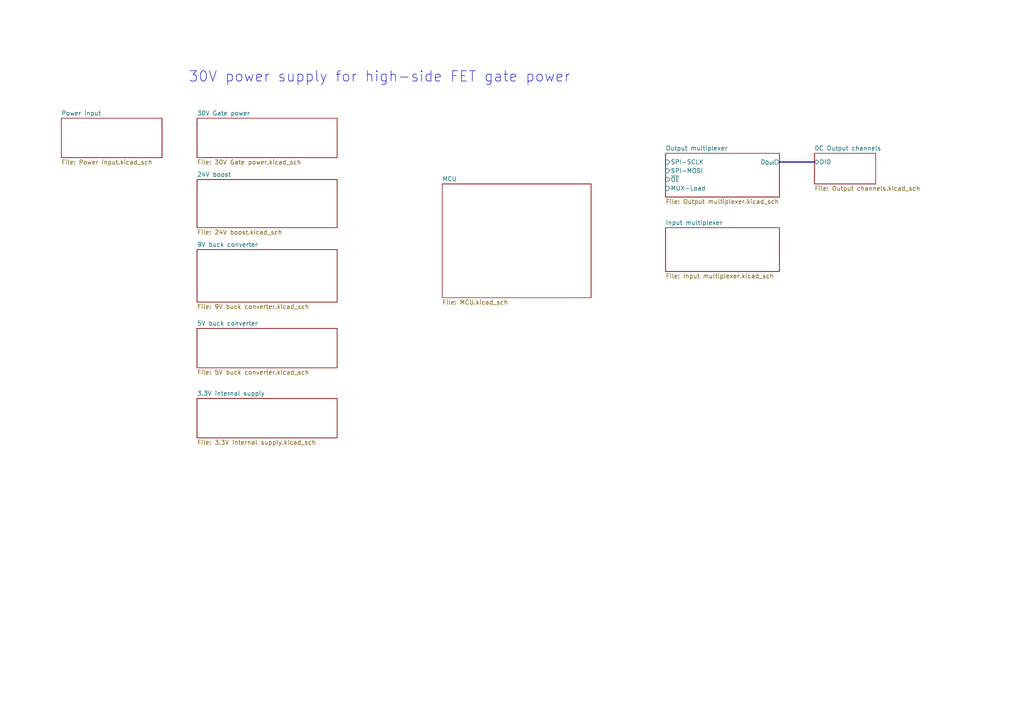
<source format=kicad_sch>
(kicad_sch (version 20230121) (generator eeschema)
  (paper "A4")
  (lib_symbols)
  (bus (pts (xy 226.06 46.99) (xy 236.22 46.99)))
  (text "30V power supply for high-side FET gate power" (at 54.61 24.13 0) (effects (font (size 3 3)) (justify left bottom)))
  (sheet (at 236.22 44.45) (size 17.78 8.89) (stroke (width 0.1524))
    (property "Sheetname" "DC Output channels" (at 236.22 43.7384 0) (effects (justify left bottom)))
    (property "Sheetfile" "Output channels.kicad_sch" (at 236.22 53.9246 0) (effects (justify left top)))
    (pin "DIO" bidirectional (at 236.22 46.99 180))
  )
  (sheet (at 57.15 52.07) (size 40.64 13.97) (stroke (width 0.1524))
    (property "Sheetname" "24V boost" (at 57.15 51.3584 0) (effects (justify left bottom)))
    (property "Sheetfile" "24V boost.kicad_sch" (at 57.15 66.6246 0) (effects (justify left top)))
  )
  (sheet (at 57.15 34.29) (size 40.64 11.43) (stroke (width 0.1524))
    (property "Sheetname" "30V Gate power" (at 57.15 33.5784 0) (effects (justify left bottom)))
    (property "Sheetfile" "30V Gate power.kicad_sch" (at 57.15 46.3046 0) (effects (justify left top)))
  )
  (sheet (at 193.04 44.45) (size 33.02 12.7) (stroke (width 0.1524))
    (property "Sheetname" "Output multiplexer" (at 193.04 43.7384 0) (effects (justify left bottom)))
    (property "Sheetfile" "Output multiplexer.kicad_sch" (at 193.04 57.7346 0) (effects (justify left top)))
    (pin "D_{Out}" output (at 226.06 46.99 0))
    (pin "SPI-SCLK" input (at 193.04 46.99 180))
    (pin "SPI-MOSI" input (at 193.04 49.53 180))
    (pin "~{OE}" input (at 193.04 52.07 180))
    (pin "MUX-Load" input (at 193.04 54.61 180))
  )
  (sheet (at 128.27 53.34) (size 43.18 33.02) (stroke (width 0.1524))
    (property "Sheetname" "MCU" (at 128.27 52.6284 0) (effects (justify left bottom)))
    (property "Sheetfile" "MCU.kicad_sch" (at 128.27 86.9446 0) (effects (justify left top)))
  )
  (sheet (at 57.15 115.57) (size 40.64 11.43) (stroke (width 0.1524))
    (property "Sheetname" "3.3V internal supply" (at 57.15 114.8584 0) (effects (justify left bottom)))
    (property "Sheetfile" "3.3V internal supply.kicad_sch" (at 57.15 127.5846 0) (effects (justify left top)))
  )
  (sheet (at 17.78 34.29) (size 29.21 11.43) (stroke (width 0.1524))
    (property "Sheetname" "Power input" (at 17.78 33.5784 0) (effects (justify left bottom)))
    (property "Sheetfile" "Power input.kicad_sch" (at 17.78 46.3046 0) (effects (justify left top)))
  )
  (sheet (at 57.15 95.25) (size 40.64 11.43) (stroke (width 0.1524))
    (property "Sheetname" "5V buck converter" (at 57.15 94.5384 0) (effects (justify left bottom)))
    (property "Sheetfile" "5V buck converter.kicad_sch" (at 57.15 107.2646 0) (effects (justify left top)))
  )
  (sheet (at 193.04 66.04) (size 33.02 12.7) (stroke (width 0.1524))
    (property "Sheetname" "Input multiplexer" (at 193.04 65.3284 0) (effects (justify left bottom)))
    (property "Sheetfile" "Input multiplexer.kicad_sch" (at 193.04 79.3246 0) (effects (justify left top)))
  )
  (sheet (at 57.15 72.39) (size 40.64 15.24) (stroke (width 0.1524))
    (property "Sheetname" "9V buck converter" (at 57.15 71.6784 0) (effects (justify left bottom)))
    (property "Sheetfile" "9V buck converter.kicad_sch" (at 57.15 88.2146 0) (effects (justify left top)))
  )
)
</source>
